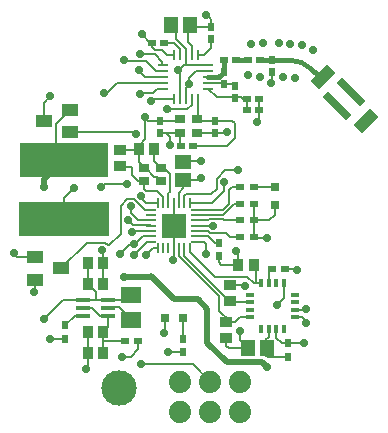
<source format=gtl>
G04 Layer_Physical_Order=1*
G04 Layer_Color=255*
%FSLAX25Y25*%
%MOIN*%
G70*
G01*
G75*
%ADD10C,0.01615*%
%ADD11R,0.03150X0.03150*%
%ADD12R,0.03150X0.03150*%
%ADD13R,0.02953X0.02362*%
%ADD14R,0.02362X0.02953*%
%ADD15R,0.03543X0.03937*%
%ADD16R,0.01200X0.02800*%
%ADD17R,0.02800X0.01200*%
%ADD18R,0.03937X0.03543*%
%ADD19R,0.05118X0.05512*%
%ADD20R,0.04600X0.01400*%
%ADD21R,0.05512X0.03937*%
%ADD22R,0.29921X0.11417*%
%ADD23R,0.29528X0.11417*%
G04:AMPARAMS|DCode=24|XSize=39.37mil|YSize=78.74mil|CornerRadius=0mil|HoleSize=0mil|Usage=FLASHONLY|Rotation=315.000|XOffset=0mil|YOffset=0mil|HoleType=Round|Shape=Rectangle|*
%AMROTATEDRECTD24*
4,1,4,-0.04176,-0.01392,0.01392,0.04176,0.04176,0.01392,-0.01392,-0.04176,-0.04176,-0.01392,0.0*
%
%ADD24ROTATEDRECTD24*%

G04:AMPARAMS|DCode=25|XSize=110.24mil|YSize=27.56mil|CornerRadius=0mil|HoleSize=0mil|Usage=FLASHONLY|Rotation=315.000|XOffset=0mil|YOffset=0mil|HoleType=Round|Shape=Rectangle|*
%AMROTATEDRECTD25*
4,1,4,-0.04872,0.02923,-0.02923,0.04872,0.04872,-0.02923,0.02923,-0.04872,-0.04872,0.02923,0.0*
%
%ADD25ROTATEDRECTD25*%

%ADD26R,0.05512X0.05118*%
%ADD27R,0.03504X0.03110*%
%ADD28R,0.07047X0.05709*%
%ADD29R,0.07874X0.07874*%
%ADD30O,0.03347X0.00984*%
%ADD31O,0.00984X0.03347*%
%ADD32R,0.02000X0.02500*%
%ADD33R,0.02500X0.02000*%
%ADD34R,0.03307X0.00984*%
%ADD35R,0.00984X0.03307*%
%ADD36C,0.00600*%
%ADD37C,0.02000*%
%ADD38C,0.07400*%
%ADD39C,0.11811*%
%ADD40C,0.01968*%
%ADD41C,0.02900*%
D10*
X-9457Y15995D02*
G03*
X-16528Y18924I-7071J-7071D01*
G01*
X-39790Y13582D02*
X-38510Y14861D01*
X-9457Y15995D02*
X-7359Y13897D01*
X-22510Y18924D02*
X-16528D01*
X-26573D02*
X-22510D01*
X-43824Y13424D02*
X-40251D01*
Y13582D01*
X-39790D01*
X-38447Y14924D02*
Y18924D01*
X-38510Y14861D02*
X-38447Y14924D01*
X-34510Y18924D02*
X-30510D01*
D11*
X-58223Y-67088D02*
D03*
X-52317D02*
D03*
D12*
X-21717Y-29383D02*
D03*
Y-23477D02*
D03*
D13*
X-33217Y-23383D02*
D03*
X-28690D02*
D03*
X-33217Y-28916D02*
D03*
X-28690D02*
D03*
X-33217Y-34449D02*
D03*
X-28690D02*
D03*
X-33217Y-39983D02*
D03*
X-28690D02*
D03*
X-22745Y-50683D02*
D03*
X-18217D02*
D03*
X-67154Y-74583D02*
D03*
X-71681D02*
D03*
D14*
X-40317Y-41919D02*
D03*
Y-46446D02*
D03*
X-17217Y-75419D02*
D03*
Y-79947D02*
D03*
X-52317Y-78447D02*
D03*
Y-73919D02*
D03*
X-91417Y-69319D02*
D03*
Y-73847D02*
D03*
D15*
X-34017Y-49383D02*
D03*
X-28702D02*
D03*
X-84075Y-55583D02*
D03*
X-78760D02*
D03*
X-67075Y-10583D02*
D03*
X-61760D02*
D03*
X-84075Y-48583D02*
D03*
X-78760D02*
D03*
Y-78583D02*
D03*
X-84075D02*
D03*
X-78760Y-71583D02*
D03*
X-84075D02*
D03*
D16*
X-18617Y-70583D02*
D03*
X-21117D02*
D03*
X-23717D02*
D03*
X-26217D02*
D03*
Y-55383D02*
D03*
X-23717D02*
D03*
X-21117D02*
D03*
X-18617D02*
D03*
D17*
X-30017Y-66783D02*
D03*
Y-64283D02*
D03*
Y-61683D02*
D03*
Y-59183D02*
D03*
X-14817D02*
D03*
Y-61683D02*
D03*
Y-64283D02*
D03*
Y-66783D02*
D03*
D18*
X-36417Y-55983D02*
D03*
Y-61298D02*
D03*
X-37817Y-73740D02*
D03*
Y-68425D02*
D03*
X-73317Y-11025D02*
D03*
Y-16340D02*
D03*
D19*
X-30567Y-76983D02*
D03*
X-24268D02*
D03*
X-49968Y30517D02*
D03*
X-56267D02*
D03*
D20*
X-85517Y-60983D02*
D03*
Y-63583D02*
D03*
Y-66183D02*
D03*
X-77317D02*
D03*
Y-63583D02*
D03*
Y-60983D02*
D03*
D21*
X-101548Y-46742D02*
D03*
Y-54223D02*
D03*
X-92887Y-50483D02*
D03*
X-90017Y-4983D02*
D03*
Y2498D02*
D03*
X-98679Y-1242D02*
D03*
D22*
X-91821Y-33883D02*
D03*
D23*
X-92017Y-14383D02*
D03*
D24*
X-5738Y13238D02*
D03*
X8738Y-1238D02*
D03*
D25*
X3866Y8366D02*
D03*
X-866Y3634D02*
D03*
D26*
X-52117Y-14833D02*
D03*
Y-21132D02*
D03*
D27*
X-59502Y-16958D02*
D03*
X-65132D02*
D03*
X-59502Y-21407D02*
D03*
X-65132D02*
D03*
X-47687Y-734D02*
D03*
X-53317D02*
D03*
X-47687Y-5183D02*
D03*
X-53317D02*
D03*
D28*
X-69417Y-67736D02*
D03*
Y-59429D02*
D03*
D29*
X-55317Y-36183D02*
D03*
D30*
X-47837Y-30868D02*
D03*
Y-32639D02*
D03*
Y-34411D02*
D03*
Y-36183D02*
D03*
Y-37954D02*
D03*
Y-39726D02*
D03*
Y-41498D02*
D03*
X-62798D02*
D03*
Y-39726D02*
D03*
Y-37954D02*
D03*
Y-36183D02*
D03*
Y-34411D02*
D03*
Y-32639D02*
D03*
Y-30868D02*
D03*
D31*
X-50002Y-43663D02*
D03*
X-51774D02*
D03*
X-53546D02*
D03*
X-55317D02*
D03*
X-57089D02*
D03*
X-58861D02*
D03*
X-60632D02*
D03*
Y-28702D02*
D03*
X-58861D02*
D03*
X-57089D02*
D03*
X-55317D02*
D03*
X-53546D02*
D03*
X-51774D02*
D03*
X-50002D02*
D03*
D32*
X-41617Y-5183D02*
D03*
Y-1246D02*
D03*
X-60017Y-5183D02*
D03*
Y-1246D02*
D03*
X-22510Y18924D02*
D03*
Y14987D02*
D03*
X-38510Y14861D02*
D03*
Y10924D02*
D03*
X-35010Y6424D02*
D03*
Y10361D02*
D03*
X-43010Y25924D02*
D03*
Y29861D02*
D03*
D33*
X-58517Y24717D02*
D03*
X-62454D02*
D03*
X-27073Y5861D02*
D03*
X-31010D02*
D03*
X-27073Y2361D02*
D03*
X-31010D02*
D03*
X-26573Y18924D02*
D03*
X-30510D02*
D03*
X-38447D02*
D03*
X-34510D02*
D03*
X-52754Y-9683D02*
D03*
X-48817D02*
D03*
D34*
X-58810Y17361D02*
D03*
Y15393D02*
D03*
Y13424D02*
D03*
Y11456D02*
D03*
Y9487D02*
D03*
X-43824D02*
D03*
Y11456D02*
D03*
Y13424D02*
D03*
Y15393D02*
D03*
Y17361D02*
D03*
D35*
X-55254Y5931D02*
D03*
X-53286D02*
D03*
X-51317D02*
D03*
X-49349D02*
D03*
X-47380D02*
D03*
Y20817D02*
D03*
X-49349D02*
D03*
X-51317D02*
D03*
X-53286D02*
D03*
X-55254D02*
D03*
D36*
X-28190Y-40483D02*
X-28090Y-40383D01*
X-50510Y25010D02*
Y32361D01*
X-101917Y-58783D02*
X-101548Y-58413D01*
X-84417Y-84083D02*
X-84075Y-83740D01*
X-24760Y-79240D02*
Y-74425D01*
X-40117Y-64625D02*
X-37067Y-67675D01*
X-84075Y-83740D02*
Y-78583D01*
X-78760Y-55583D02*
Y-48583D01*
X-92217Y-60983D02*
X-85517D01*
X-81217D02*
X-77317D01*
X-73717Y-63436D02*
X-69417Y-67736D01*
X-78760Y-74583D02*
X-71681D01*
X-82617Y-63583D02*
X-80017Y-66183D01*
X-96681Y-73847D02*
X-91417D01*
X-85517Y-60983D02*
X-81217D01*
X-77317D02*
X-70971D01*
X-91417Y-69319D02*
X-88281Y-66183D01*
X-50317Y11017D02*
Y13117D01*
X-48042Y15393D01*
X-27073Y2361D02*
Y5861D01*
X-54447Y25947D02*
Y32361D01*
X-51317Y20817D02*
Y22817D01*
X-56117Y2517D02*
X-50817D01*
X-64817Y-7483D02*
Y-283D01*
X-67075Y-9740D02*
X-64817Y-7483D01*
X-65017Y-83D02*
X-64817Y-283D01*
X-40854Y6517D02*
X-33017D01*
X-28690Y-34449D02*
X-23500D01*
X-21717Y-32667D01*
Y-29383D01*
X-22510Y11724D02*
Y14987D01*
X-22817Y11417D02*
X-22510Y11724D01*
X-27073Y-939D02*
Y2361D01*
X-27717Y-1583D02*
X-27073Y-939D01*
X-48042Y15393D02*
X-43824D01*
X-43017Y29869D02*
X-43010Y29861D01*
X-43017Y29869D02*
Y32617D01*
X-44517Y34117D02*
X-43017Y32617D01*
X-49312Y29861D02*
X-43010D01*
X-49968Y30517D02*
X-49312Y29861D01*
X-49968Y30517D02*
X-48117D01*
X-62454Y23254D02*
Y24717D01*
Y23254D02*
X-61417Y22217D01*
X-59117D01*
X-57717Y20817D01*
X-55254D01*
X-54447Y25947D02*
X-51317Y22817D01*
X-55317Y24717D02*
X-53286Y22686D01*
X-58517Y24717D02*
X-55317D01*
X-66017Y27517D02*
X-63217Y24717D01*
X-62454D01*
X-50317Y10517D02*
Y11017D01*
X-51317Y9517D02*
X-50317Y10517D01*
X-51317Y5931D02*
Y9517D01*
X-53367Y6013D02*
Y10791D01*
Y6013D02*
X-53286Y5931D01*
Y10872D02*
Y14886D01*
X-53367Y10791D02*
X-53286Y10872D01*
X-53917Y15517D02*
X-52017Y17417D01*
X-51317D01*
X-53917Y15517D02*
X-53286Y14886D01*
X-65132Y-16958D02*
X-64742D01*
X-61817Y-19883D01*
X-61027D01*
X-59502Y-21407D01*
X-67075Y-15016D02*
X-65132Y-16958D01*
X-67075Y-15016D02*
Y-10583D01*
X-64817Y-283D02*
X-63854Y-1246D01*
X-67075Y-10583D02*
Y-9740D01*
X-67517Y-11025D02*
X-67075Y-10583D01*
X-73317Y-11025D02*
X-67517D01*
X-28090Y-40383D02*
X-24117D01*
X-28690Y-39983D02*
X-28190Y-40483D01*
X-28690Y-34449D02*
Y-28916D01*
Y-39983D02*
Y-34449D01*
X-28717Y-55383D02*
X-27802D01*
X-30849Y-53251D02*
X-28717Y-55383D01*
X-41649Y-53251D02*
X-30849D01*
X-36417Y-55983D02*
X-32017D01*
X-31717Y-56283D01*
X-11217Y-68783D02*
X-11117D01*
X-11517Y-68483D02*
X-11217Y-68783D01*
X-11517Y-68483D02*
Y-67683D01*
X-12417Y-66783D02*
X-11517Y-67683D01*
X-14817Y-66783D02*
X-12417D01*
X-33317Y-74232D02*
X-30567Y-76983D01*
X-33317Y-74232D02*
Y-71383D01*
X-37817Y-76183D02*
Y-73740D01*
X-37017Y-76983D02*
X-30567D01*
X-37817Y-76183D02*
X-37017Y-76983D01*
X-18217Y-50683D02*
X-14317D01*
X-14117Y-50883D01*
X-34017Y-49383D02*
Y-44983D01*
X-34417Y-44583D02*
X-34017Y-44983D01*
X-39417Y-49383D02*
X-34017D01*
X-40317Y-48483D02*
X-39417Y-49383D01*
X-40317Y-48483D02*
Y-46446D01*
X-55417Y-47783D02*
X-55317Y-47683D01*
X-40117Y-64625D02*
Y-59759D01*
X-53546Y-46331D02*
X-40117Y-59759D01*
X-53546Y-46331D02*
Y-43663D01*
X-55317Y-47683D02*
Y-43663D01*
X-58617Y-71883D02*
X-58223Y-71488D01*
Y-67088D01*
X-84417Y-84083D02*
Y-83983D01*
X-84075Y-78583D02*
Y-71583D01*
X-96717Y-73883D02*
X-96681Y-73847D01*
X-101917Y-58583D02*
X-101817Y-58483D01*
X-101917Y-58783D02*
Y-58583D01*
X-101548Y-58413D02*
Y-54223D01*
X-92817Y-50383D02*
X-84367Y-41933D01*
X-78244D01*
X-77394Y-42783D02*
X-76917D01*
X-78244Y-41933D02*
X-77394Y-42783D01*
X-79217Y-44283D02*
X-78760Y-44740D01*
Y-48583D02*
Y-44740D01*
X-91821Y-33883D02*
Y-26886D01*
X-88617Y-23683D01*
X-37817Y-68425D02*
X-34760D01*
X-33117Y-66783D01*
X-30017D01*
X-48817Y-9683D02*
X-37717D01*
X-34917Y-6883D01*
Y-2083D01*
X-35754Y-1246D02*
X-34917Y-2083D01*
X-41617Y-1246D02*
X-35754D01*
X-52067Y-14783D02*
X-46217D01*
X-52117Y-14833D02*
X-52067Y-14783D01*
X-47167Y-21132D02*
X-46217Y-20183D01*
X-52117Y-21132D02*
X-47167D01*
X-53546Y-25211D02*
X-52117Y-23783D01*
X-53546Y-28702D02*
Y-25211D01*
X-52117Y-23783D02*
Y-21132D01*
X-61760Y-14701D02*
X-59502Y-16958D01*
X-61760Y-14701D02*
Y-10583D01*
X-57417Y-5783D02*
X-56517Y-6683D01*
Y-9383D02*
Y-6683D01*
X-69317Y-19283D02*
Y-17083D01*
X-67193Y-21407D02*
X-65132D01*
X-73317Y-16340D02*
X-72875Y-16783D01*
X-69617D01*
X-69317Y-17083D01*
Y-19283D02*
X-67193Y-21407D01*
X-21812Y-23383D02*
X-21717Y-23477D01*
X-28690Y-23383D02*
X-21812D01*
X-57317Y-78383D02*
X-57253Y-78447D01*
X-52317D01*
X-13017Y-75483D02*
X-11917D01*
X-13081Y-75419D02*
X-13017Y-75483D01*
X-17217Y-75419D02*
X-13081D01*
X-72617Y-79883D02*
X-69517D01*
X-67117Y-77483D01*
X-67154Y-77447D02*
X-67117Y-77483D01*
X-67154Y-77447D02*
Y-74583D01*
X-108717Y-45483D02*
X-107457Y-46742D01*
X-101548D01*
X-98679Y4656D02*
X-96417Y6917D01*
X-98679Y-1242D02*
Y4656D01*
X-55317Y-43663D02*
Y-36183D01*
Y-28702D01*
X-81317Y-60883D02*
X-81217Y-60983D01*
X-81317Y-60883D02*
Y-58340D01*
X-84075Y-55583D02*
X-81317Y-58340D01*
X-72967Y-38833D02*
Y-29533D01*
X-76917Y-42783D02*
X-72967Y-38833D01*
Y-29533D02*
X-70867Y-27433D01*
X-68491D01*
X-65056Y-30868D02*
X-62798D01*
X-68491Y-27433D02*
X-65056Y-30868D01*
X-69617Y-32083D02*
Y-29783D01*
X-70617Y-34483D02*
X-69067Y-36033D01*
X-69617Y-32083D02*
X-67289Y-34411D01*
X-11517Y-64283D02*
X-11217Y-63983D01*
X-14817Y-64283D02*
X-11517D01*
X-51774Y-28702D02*
Y-26439D01*
X-35573Y10924D02*
X-35010Y10361D01*
X-38510Y10924D02*
X-35573D01*
X-39042Y11456D02*
X-38510Y10924D01*
X-43824Y11456D02*
X-39042D01*
X-31010Y2361D02*
Y5861D01*
X-33017Y6517D02*
X-32361Y5861D01*
X-31010D01*
X-43824Y9487D02*
X-40854Y6517D01*
X-53286Y20817D02*
Y22686D01*
X-51317Y17417D02*
Y20817D01*
X-51261Y17361D02*
X-43824D01*
X-43010Y23124D02*
Y25924D01*
X-59117Y17669D02*
X-58810Y17361D01*
X-64810Y13424D02*
X-58810D01*
X-61393Y15393D02*
X-58810D01*
X-62203Y5931D02*
X-55254D01*
X-60824Y9487D02*
X-58810D01*
X-74304Y11456D02*
X-58810D01*
X-51317Y17417D02*
X-51261Y17361D01*
X-52317Y-73919D02*
Y-67088D01*
X-80017Y-66183D02*
X-77317D01*
X-85517Y-63583D02*
X-82617D01*
X-24760Y-79240D02*
X-24054Y-79947D01*
X-24760Y-74425D02*
X-23717Y-73383D01*
X-78760Y-74583D02*
Y-71583D01*
Y-78583D02*
Y-74583D01*
Y-71583D02*
X-77317Y-70140D01*
Y-66183D01*
X-94717Y-11683D02*
X-92017Y-14383D01*
X-94717Y-11683D02*
Y-2202D01*
X-90017Y2498D01*
X-68717Y-4983D02*
X-68017Y-5683D01*
X-90017Y-4983D02*
X-68717D01*
X-66317Y-26883D02*
X-64498Y-28702D01*
X-60632D01*
X-23717Y-50955D02*
X-23545Y-50783D01*
X-23717Y-55383D02*
Y-50955D01*
X-36417Y-61298D02*
X-35117D01*
X-34732Y-61683D01*
X-27960Y-55224D02*
X-27802Y-55383D01*
X-50002Y-44898D02*
X-41649Y-53251D01*
X-50002Y-44898D02*
Y-43663D01*
X-84075Y-55583D02*
Y-48583D01*
X-88281Y-66183D02*
X-85517D01*
X-77317Y-63583D02*
X-77171Y-63436D01*
X-73717D01*
X-70971Y-60983D02*
X-69417Y-59429D01*
X-68517Y-45883D02*
X-64132Y-41498D01*
X-62798D01*
X-66617Y7617D02*
X-66267Y7967D01*
X-62344D01*
X-60824Y9487D01*
X-57089Y-28702D02*
Y-25454D01*
X-59502Y-16958D02*
X-58708D01*
X-60817Y-24583D02*
X-58861Y-26539D01*
Y-28702D02*
Y-26539D01*
X-47380Y20817D02*
X-45317D01*
X-43010Y23124D01*
X-50510Y25010D02*
X-49317Y23817D01*
Y20849D02*
Y23817D01*
X-49349Y20817D02*
X-49317Y20849D01*
X-47837Y-32639D02*
X-47830Y-32633D01*
X-47837Y-39726D02*
X-47830Y-39733D01*
X-43767D01*
X-41581Y-41919D02*
X-40317D01*
X-43767Y-39733D02*
X-41581Y-41919D01*
X-59117Y17669D02*
Y18417D01*
X-65561Y-39726D02*
X-62798D01*
X-68117Y-42283D02*
X-65561Y-39726D01*
X-68417Y-42283D02*
X-68117D01*
X-68889Y-37954D02*
X-62798D01*
X-62198Y-43663D02*
X-60632D01*
X-62948Y-36033D02*
X-62798Y-36183D01*
X-69067Y-36033D02*
X-62948D01*
X-67289Y-34411D02*
X-62798D01*
X-66817Y15431D02*
X-64810Y13424D01*
X-62817Y5317D02*
X-62203Y5931D01*
X-66817Y15431D02*
Y15617D01*
X-66417Y21017D02*
X-61717D01*
X-59117Y18417D01*
X-65444Y18667D02*
X-65394Y18717D01*
X-64717D01*
X-61393Y15393D01*
X-71917Y18917D02*
X-71667Y18667D01*
X-65444D01*
X-78517Y8117D02*
X-77642D01*
X-74304Y11456D01*
X-49017Y-82483D02*
X-43317Y-88183D01*
X-66317Y-82483D02*
X-49017D01*
X-64617Y-46083D02*
X-62198Y-43663D01*
X-69317Y-38383D02*
X-68889Y-37954D01*
X-70017Y-42283D02*
X-68417D01*
X-73317Y-45583D02*
X-70017Y-42283D01*
X-98517Y-67283D02*
X-92217Y-60983D01*
X-20817Y-62583D02*
X-18617Y-60383D01*
X-53317Y-9120D02*
Y-5183D01*
Y-9120D02*
X-52754Y-9683D01*
X-43291Y-38533D02*
X-38067D01*
X-47837Y-37954D02*
X-43869D01*
X-43291Y-38533D01*
X-47837Y-34411D02*
X-43869D01*
X-47837Y-36183D02*
X-42317D01*
X-36617Y-39983D02*
X-33217D01*
X-38067Y-38533D02*
X-36617Y-39983D01*
X-38451Y-34449D02*
X-33217D01*
X-39067Y-33833D02*
X-38451Y-34449D01*
X-43869Y-34411D02*
X-43291Y-33833D01*
X-39067D01*
X-47837Y-30868D02*
X-39002D01*
X-47830Y-32633D02*
X-39070D01*
X-35354Y-28916D02*
X-33217D01*
X-39070Y-32633D02*
X-35354Y-28916D01*
X-50002Y-28702D02*
X-42737D01*
X-35917Y-23383D02*
X-33217D01*
X-39002Y-30868D02*
X-37017Y-28883D01*
Y-24483D01*
X-35917Y-23383D01*
X-38617Y-24583D02*
Y-21683D01*
X-42737Y-28702D02*
X-38617Y-24583D01*
X-51774Y-26439D02*
X-51117Y-25783D01*
X-42817D01*
X-57089Y-25454D02*
X-56517Y-24883D01*
Y-19149D01*
X-58708Y-16958D02*
X-56517Y-19149D01*
X-47176Y-1246D02*
X-41617D01*
X-47687Y-734D02*
X-47176Y-1246D01*
X-47380Y-427D02*
Y5931D01*
X-47687Y-734D02*
X-47380Y-427D01*
X-49349Y3986D02*
Y5931D01*
X-50817Y2517D02*
X-49349Y3986D01*
X-47687Y-5183D02*
X-41617D01*
X-37817D01*
X-37717Y-5083D01*
X-60017Y-1246D02*
X-53829D01*
X-53317Y-734D01*
X-63854Y-1246D02*
X-60017D01*
X-57517Y2717D02*
X-56717Y1917D01*
X-57617Y2717D02*
X-57517D01*
X-60017Y-5183D02*
X-56817D01*
X-53317D01*
X-56717Y1917D02*
X-56117Y2517D01*
X-57417Y-5783D02*
X-56817Y-5183D01*
X-47837Y-41498D02*
X-45302D01*
X-44517Y-42283D01*
Y-45583D02*
Y-42283D01*
X-66317Y-26883D02*
X-66117Y-26683D01*
X-65132Y-23868D02*
Y-21407D01*
Y-23868D02*
X-64417Y-24583D01*
X-60817D01*
X-66117Y-26683D02*
Y-26483D01*
X-79617Y-23183D02*
X-78717Y-22283D01*
X-70814D01*
X-27802Y-55383D02*
X-26217D01*
X-27960Y-55224D02*
Y-50383D01*
X-23717Y-73383D02*
Y-70583D01*
X-34732Y-61683D02*
X-30017D01*
X-18617Y-60383D02*
Y-55383D01*
X-21117Y-73545D02*
X-19244Y-75419D01*
X-21117Y-73545D02*
Y-70583D01*
X-19244Y-75419D02*
X-17217D01*
X-24054Y-79947D02*
X-17217D01*
X-36802Y-61298D02*
X-36417D01*
X-51774Y-46326D02*
Y-43663D01*
Y-46326D02*
X-36802Y-61298D01*
X-42817Y-25783D02*
X-41017Y-23983D01*
X-38117Y-17783D02*
X-34017D01*
X-41017Y-20683D02*
X-38117Y-17783D01*
X-41017Y-23983D02*
Y-20683D01*
D37*
X-98417Y-20783D02*
X-92017Y-14383D01*
X-98417Y-23483D02*
Y-20783D01*
X-63017Y-52883D02*
X-55117Y-60783D01*
X-47317D01*
X-44117Y-63983D01*
X-63317Y-53183D02*
X-63017Y-52883D01*
X-72017Y-53183D02*
X-63317D01*
X-44117Y-75283D02*
Y-63983D01*
X-25917Y-81683D02*
X-24217Y-83383D01*
X-37717Y-81683D02*
X-25917D01*
X-44117Y-75283D02*
X-37717Y-81683D01*
D38*
X-33317Y-88183D02*
D03*
Y-98183D02*
D03*
X-43317Y-88183D02*
D03*
Y-98183D02*
D03*
X-53317Y-88183D02*
D03*
Y-98183D02*
D03*
D39*
X-73417Y-90283D02*
D03*
D40*
X-57483Y-38348D02*
D03*
Y-34017D02*
D03*
X-53152Y-38348D02*
D03*
Y-34017D02*
D03*
D41*
X-25629Y24564D02*
D03*
X-29512Y24204D02*
D03*
X-30425Y14123D02*
D03*
X-26616Y13285D02*
D03*
X-18847Y13462D02*
D03*
X-14959Y13154D02*
D03*
X-8941Y22391D02*
D03*
X-12555Y23856D02*
D03*
X-16419Y24390D02*
D03*
X-20310Y24656D02*
D03*
X-22817Y11417D02*
D03*
X-27717Y-1583D02*
D03*
X-44517Y34117D02*
D03*
X-66017Y27517D02*
D03*
X-50317Y11017D02*
D03*
X-53917Y15517D02*
D03*
X-24117Y-40383D02*
D03*
X-31717Y-56283D02*
D03*
X-11117Y-68783D02*
D03*
X-33317Y-71383D02*
D03*
X-14117Y-50883D02*
D03*
X-34417Y-44583D02*
D03*
X-55417Y-47783D02*
D03*
X-58617Y-71883D02*
D03*
X-84417Y-83983D02*
D03*
X-96717Y-73883D02*
D03*
X-101817Y-58483D02*
D03*
X-79217Y-44283D02*
D03*
X-88617Y-23683D02*
D03*
X-46217Y-14783D02*
D03*
Y-20183D02*
D03*
X-56517Y-9383D02*
D03*
X-57317Y-78383D02*
D03*
X-11917Y-75483D02*
D03*
X-72617Y-79883D02*
D03*
X-108717Y-45483D02*
D03*
X-96417Y6917D02*
D03*
X-69617Y-29783D02*
D03*
X-70617Y-34483D02*
D03*
X-11217Y-63983D02*
D03*
X-68017Y-5683D02*
D03*
X-68517Y-45883D02*
D03*
X-79617Y-23183D02*
D03*
X-66617Y7617D02*
D03*
X-68417Y-42283D02*
D03*
X-62817Y5317D02*
D03*
X-66817Y15617D02*
D03*
X-66417Y21017D02*
D03*
X-71917Y18917D02*
D03*
X-78517Y8117D02*
D03*
X-66317Y-82483D02*
D03*
X-64617Y-46083D02*
D03*
X-69317Y-38383D02*
D03*
X-73317Y-45583D02*
D03*
X-98517Y-67283D02*
D03*
X-20817Y-62583D02*
D03*
X-42317Y-36183D02*
D03*
X-38617Y-21683D02*
D03*
X-37717Y-5083D02*
D03*
X-65017Y-83D02*
D03*
X-57617Y2717D02*
D03*
X-44517Y-45583D02*
D03*
X-98417Y-23483D02*
D03*
X-24217Y-83383D02*
D03*
X-72017Y-53183D02*
D03*
X-66117Y-26483D02*
D03*
X-70814Y-22283D02*
D03*
X-34017Y-17783D02*
D03*
M02*

</source>
